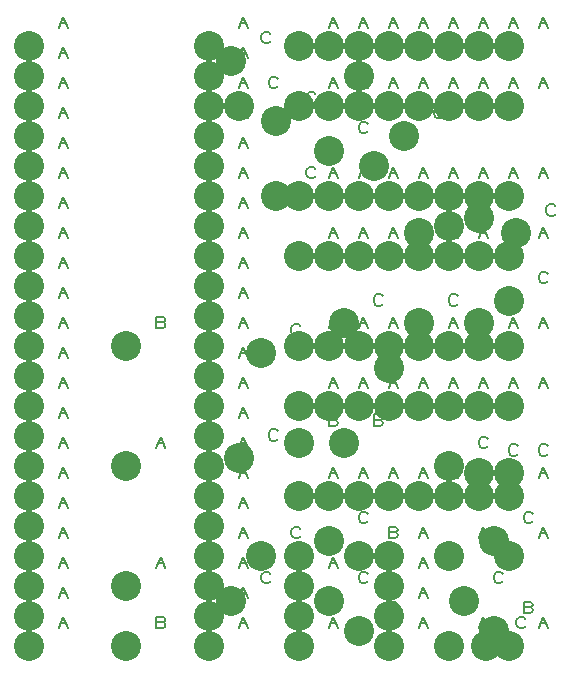
<source format=gbr>
G04 DesignSpark PCB Gerber Version 10.0 Build 5299*
G04 #@! TF.Part,Single*
G04 #@! TF.FileFunction,Drillmap*
G04 #@! TF.FilePolarity,Positive*
%FSLAX35Y35*%
%MOIN*%
%ADD16C,0.00500*%
G04 #@! TA.AperFunction,WasherPad*
%ADD22C,0.10000*%
G04 #@! TD.AperFunction*
X0Y0D02*
D02*
D16*
X25250Y21187D02*
X26813Y24937D01*
X28375Y21187D01*
X25875Y22750D02*
X27750D01*
X25250Y31187D02*
X26813Y34937D01*
X28375Y31187D01*
X25875Y32750D02*
X27750D01*
X25250Y41187D02*
X26813Y44937D01*
X28375Y41187D01*
X25875Y42750D02*
X27750D01*
X25250Y51187D02*
X26813Y54937D01*
X28375Y51187D01*
X25875Y52750D02*
X27750D01*
X25250Y61187D02*
X26813Y64937D01*
X28375Y61187D01*
X25875Y62750D02*
X27750D01*
X25250Y71187D02*
X26813Y74937D01*
X28375Y71187D01*
X25875Y72750D02*
X27750D01*
X25250Y81187D02*
X26813Y84937D01*
X28375Y81187D01*
X25875Y82750D02*
X27750D01*
X25250Y91187D02*
X26813Y94937D01*
X28375Y91187D01*
X25875Y92750D02*
X27750D01*
X25250Y101187D02*
X26813Y104937D01*
X28375Y101187D01*
X25875Y102750D02*
X27750D01*
X25250Y111187D02*
X26813Y114937D01*
X28375Y111187D01*
X25875Y112750D02*
X27750D01*
X25250Y121187D02*
X26813Y124937D01*
X28375Y121187D01*
X25875Y122750D02*
X27750D01*
X25250Y131187D02*
X26813Y134937D01*
X28375Y131187D01*
X25875Y132750D02*
X27750D01*
X25250Y141187D02*
X26813Y144937D01*
X28375Y141187D01*
X25875Y142750D02*
X27750D01*
X25250Y151187D02*
X26813Y154937D01*
X28375Y151187D01*
X25875Y152750D02*
X27750D01*
X25250Y161187D02*
X26813Y164937D01*
X28375Y161187D01*
X25875Y162750D02*
X27750D01*
X25250Y171187D02*
X26813Y174937D01*
X28375Y171187D01*
X25875Y172750D02*
X27750D01*
X25250Y181187D02*
X26813Y184937D01*
X28375Y181187D01*
X25875Y182750D02*
X27750D01*
X25250Y191187D02*
X26813Y194937D01*
X28375Y191187D01*
X25875Y192750D02*
X27750D01*
X25250Y201187D02*
X26813Y204937D01*
X28375Y201187D01*
X25875Y202750D02*
X27750D01*
X25250Y211187D02*
X26813Y214937D01*
X28375Y211187D01*
X25875Y212750D02*
X27750D01*
X25250Y221187D02*
X26813Y224937D01*
X28375Y221187D01*
X25875Y222750D02*
X27750D01*
X59937Y23063D02*
X60563Y22750D01*
X60875Y22125D01*
X60563Y21500D01*
X59937Y21187D01*
X57750D01*
Y24937D01*
X59937D01*
X60563Y24625D01*
X60875Y24000D01*
X60563Y23375D01*
X59937Y23063D01*
X57750D01*
Y41187D02*
X59313Y44937D01*
X60875Y41187D01*
X58375Y42750D02*
X60250D01*
X57750Y81187D02*
X59313Y84937D01*
X60875Y81187D01*
X58375Y82750D02*
X60250D01*
X59937Y123063D02*
X60563Y122750D01*
X60875Y122125D01*
X60563Y121500D01*
X59937Y121187D01*
X57750D01*
Y124937D01*
X59937D01*
X60563Y124625D01*
X60875Y124000D01*
X60563Y123375D01*
X59937Y123063D01*
X57750D01*
X85250Y21187D02*
X86813Y24937D01*
X88375Y21187D01*
X85875Y22750D02*
X87750D01*
X85250Y31187D02*
X86813Y34937D01*
X88375Y31187D01*
X85875Y32750D02*
X87750D01*
X85250Y41187D02*
X86813Y44937D01*
X88375Y41187D01*
X85875Y42750D02*
X87750D01*
X85250Y51187D02*
X86813Y54937D01*
X88375Y51187D01*
X85875Y52750D02*
X87750D01*
X85250Y61187D02*
X86813Y64937D01*
X88375Y61187D01*
X85875Y62750D02*
X87750D01*
X85250Y71187D02*
X86813Y74937D01*
X88375Y71187D01*
X85875Y72750D02*
X87750D01*
X85250Y81187D02*
X86813Y84937D01*
X88375Y81187D01*
X85875Y82750D02*
X87750D01*
X85250Y91187D02*
X86813Y94937D01*
X88375Y91187D01*
X85875Y92750D02*
X87750D01*
X85250Y101187D02*
X86813Y104937D01*
X88375Y101187D01*
X85875Y102750D02*
X87750D01*
X85250Y111187D02*
X86813Y114937D01*
X88375Y111187D01*
X85875Y112750D02*
X87750D01*
X85250Y121187D02*
X86813Y124937D01*
X88375Y121187D01*
X85875Y122750D02*
X87750D01*
X85250Y131187D02*
X86813Y134937D01*
X88375Y131187D01*
X85875Y132750D02*
X87750D01*
X85250Y141187D02*
X86813Y144937D01*
X88375Y141187D01*
X85875Y142750D02*
X87750D01*
X85250Y151187D02*
X86813Y154937D01*
X88375Y151187D01*
X85875Y152750D02*
X87750D01*
X85250Y161187D02*
X86813Y164937D01*
X88375Y161187D01*
X85875Y162750D02*
X87750D01*
X85250Y171187D02*
X86813Y174937D01*
X88375Y171187D01*
X85875Y172750D02*
X87750D01*
X85250Y181187D02*
X86813Y184937D01*
X88375Y181187D01*
X85875Y182750D02*
X87750D01*
X85250Y191187D02*
X86813Y194937D01*
X88375Y191187D01*
X85875Y192750D02*
X87750D01*
X85250Y201187D02*
X86813Y204937D01*
X88375Y201187D01*
X85875Y202750D02*
X87750D01*
X85250Y211187D02*
X86813Y214937D01*
X88375Y211187D01*
X85875Y212750D02*
X87750D01*
X85250Y221187D02*
X86813Y224937D01*
X88375Y221187D01*
X85875Y222750D02*
X87750D01*
X95875Y36813D02*
X95563Y36500D01*
X94937Y36187D01*
X94000D01*
X93375Y36500D01*
X93063Y36813D01*
X92750Y37437D01*
Y38687D01*
X93063Y39313D01*
X93375Y39625D01*
X94000Y39937D01*
X94937D01*
X95563Y39625D01*
X95875Y39313D01*
Y216813D02*
X95563Y216500D01*
X94937Y216187D01*
X94000D01*
X93375Y216500D01*
X93063Y216813D01*
X92750Y217437D01*
Y218687D01*
X93063Y219313D01*
X93375Y219625D01*
X94000Y219937D01*
X94937D01*
X95563Y219625D01*
X95875Y219313D01*
X98375Y84313D02*
X98063Y84000D01*
X97437Y83687D01*
X96500D01*
X95875Y84000D01*
X95563Y84313D01*
X95250Y84937D01*
Y86187D01*
X95563Y86813D01*
X95875Y87125D01*
X96500Y87437D01*
X97437D01*
X98063Y87125D01*
X98375Y86813D01*
Y201813D02*
X98063Y201500D01*
X97437Y201187D01*
X96500D01*
X95875Y201500D01*
X95563Y201813D01*
X95250Y202437D01*
Y203687D01*
X95563Y204313D01*
X95875Y204625D01*
X96500Y204937D01*
X97437D01*
X98063Y204625D01*
X98375Y204313D01*
X105875Y51813D02*
X105563Y51500D01*
X104937Y51187D01*
X104000D01*
X103375Y51500D01*
X103063Y51813D01*
X102750Y52437D01*
Y53687D01*
X103063Y54313D01*
X103375Y54625D01*
X104000Y54937D01*
X104937D01*
X105563Y54625D01*
X105875Y54313D01*
Y119313D02*
X105563Y119000D01*
X104937Y118687D01*
X104000D01*
X103375Y119000D01*
X103063Y119313D01*
X102750Y119937D01*
Y121187D01*
X103063Y121813D01*
X103375Y122125D01*
X104000Y122437D01*
X104937D01*
X105563Y122125D01*
X105875Y121813D01*
X110875Y171813D02*
X110563Y171500D01*
X109937Y171187D01*
X109000D01*
X108375Y171500D01*
X108063Y171813D01*
X107750Y172437D01*
Y173687D01*
X108063Y174313D01*
X108375Y174625D01*
X109000Y174937D01*
X109937D01*
X110563Y174625D01*
X110875Y174313D01*
Y196813D02*
X110563Y196500D01*
X109937Y196187D01*
X109000D01*
X108375Y196500D01*
X108063Y196813D01*
X107750Y197437D01*
Y198687D01*
X108063Y199313D01*
X108375Y199625D01*
X109000Y199937D01*
X109937D01*
X110563Y199625D01*
X110875Y199313D01*
X115250Y21187D02*
X116813Y24937D01*
X118375Y21187D01*
X115875Y22750D02*
X117750D01*
X115250Y31187D02*
X116813Y34937D01*
X118375Y31187D01*
X115875Y32750D02*
X117750D01*
X115250Y41187D02*
X116813Y44937D01*
X118375Y41187D01*
X115875Y42750D02*
X117750D01*
X115250Y51187D02*
X116813Y54937D01*
X118375Y51187D01*
X115875Y52750D02*
X117750D01*
X115250Y71187D02*
X116813Y74937D01*
X118375Y71187D01*
X115875Y72750D02*
X117750D01*
X117437Y90563D02*
X118063Y90250D01*
X118375Y89625D01*
X118063Y89000D01*
X117437Y88687D01*
X115250D01*
Y92437D01*
X117437D01*
X118063Y92125D01*
X118375Y91500D01*
X118063Y90875D01*
X117437Y90563D01*
X115250D01*
Y101187D02*
X116813Y104937D01*
X118375Y101187D01*
X115875Y102750D02*
X117750D01*
X115250Y121187D02*
X116813Y124937D01*
X118375Y121187D01*
X115875Y122750D02*
X117750D01*
X115250Y151187D02*
X116813Y154937D01*
X118375Y151187D01*
X115875Y152750D02*
X117750D01*
X115250Y171187D02*
X116813Y174937D01*
X118375Y171187D01*
X115875Y172750D02*
X117750D01*
X115250Y201187D02*
X116813Y204937D01*
X118375Y201187D01*
X115875Y202750D02*
X117750D01*
X115250Y221187D02*
X116813Y224937D01*
X118375Y221187D01*
X115875Y222750D02*
X117750D01*
X128375Y36813D02*
X128063Y36500D01*
X127437Y36187D01*
X126500D01*
X125875Y36500D01*
X125563Y36813D01*
X125250Y37437D01*
Y38687D01*
X125563Y39313D01*
X125875Y39625D01*
X126500Y39937D01*
X127437D01*
X128063Y39625D01*
X128375Y39313D01*
Y56813D02*
X128063Y56500D01*
X127437Y56187D01*
X126500D01*
X125875Y56500D01*
X125563Y56813D01*
X125250Y57437D01*
Y58687D01*
X125563Y59313D01*
X125875Y59625D01*
X126500Y59937D01*
X127437D01*
X128063Y59625D01*
X128375Y59313D01*
X125250Y71187D02*
X126813Y74937D01*
X128375Y71187D01*
X125875Y72750D02*
X127750D01*
X125250Y101187D02*
X126813Y104937D01*
X128375Y101187D01*
X125875Y102750D02*
X127750D01*
X125250Y121187D02*
X126813Y124937D01*
X128375Y121187D01*
X125875Y122750D02*
X127750D01*
X125250Y151187D02*
X126813Y154937D01*
X128375Y151187D01*
X125875Y152750D02*
X127750D01*
X125250Y171187D02*
X126813Y174937D01*
X128375Y171187D01*
X125875Y172750D02*
X127750D01*
X128375Y186813D02*
X128063Y186500D01*
X127437Y186187D01*
X126500D01*
X125875Y186500D01*
X125563Y186813D01*
X125250Y187437D01*
Y188687D01*
X125563Y189313D01*
X125875Y189625D01*
X126500Y189937D01*
X127437D01*
X128063Y189625D01*
X128375Y189313D01*
X125250Y201187D02*
X126813Y204937D01*
X128375Y201187D01*
X125875Y202750D02*
X127750D01*
X125250Y221187D02*
X126813Y224937D01*
X128375Y221187D01*
X125875Y222750D02*
X127750D01*
X132437Y90563D02*
X133063Y90250D01*
X133375Y89625D01*
X133063Y89000D01*
X132437Y88687D01*
X130250D01*
Y92437D01*
X132437D01*
X133063Y92125D01*
X133375Y91500D01*
X133063Y90875D01*
X132437Y90563D01*
X130250D01*
X133375Y129313D02*
X133063Y129000D01*
X132437Y128687D01*
X131500D01*
X130875Y129000D01*
X130563Y129313D01*
X130250Y129937D01*
Y131187D01*
X130563Y131813D01*
X130875Y132125D01*
X131500Y132437D01*
X132437D01*
X133063Y132125D01*
X133375Y131813D01*
X137437Y28063D02*
X138063Y27750D01*
X138375Y27125D01*
X138063Y26500D01*
X137437Y26187D01*
X135250D01*
Y29937D01*
X137437D01*
X138063Y29625D01*
X138375Y29000D01*
X138063Y28375D01*
X137437Y28063D01*
X135250D01*
X137437Y53063D02*
X138063Y52750D01*
X138375Y52125D01*
X138063Y51500D01*
X137437Y51187D01*
X135250D01*
Y54937D01*
X137437D01*
X138063Y54625D01*
X138375Y54000D01*
X138063Y53375D01*
X137437Y53063D01*
X135250D01*
Y71187D02*
X136813Y74937D01*
X138375Y71187D01*
X135875Y72750D02*
X137750D01*
X135250Y101187D02*
X136813Y104937D01*
X138375Y101187D01*
X135875Y102750D02*
X137750D01*
X135250Y121187D02*
X136813Y124937D01*
X138375Y121187D01*
X135875Y122750D02*
X137750D01*
X135250Y151187D02*
X136813Y154937D01*
X138375Y151187D01*
X135875Y152750D02*
X137750D01*
X135250Y171187D02*
X136813Y174937D01*
X138375Y171187D01*
X135875Y172750D02*
X137750D01*
X135250Y201187D02*
X136813Y204937D01*
X138375Y201187D01*
X135875Y202750D02*
X137750D01*
X138375Y211813D02*
X138063Y211500D01*
X137437Y211187D01*
X136500D01*
X135875Y211500D01*
X135563Y211813D01*
X135250Y212437D01*
Y213687D01*
X135563Y214313D01*
X135875Y214625D01*
X136500Y214937D01*
X137437D01*
X138063Y214625D01*
X138375Y214313D01*
X135250Y221187D02*
X136813Y224937D01*
X138375Y221187D01*
X135875Y222750D02*
X137750D01*
X143375Y181813D02*
X143063Y181500D01*
X142437Y181187D01*
X141500D01*
X140875Y181500D01*
X140563Y181813D01*
X140250Y182437D01*
Y183687D01*
X140563Y184313D01*
X140875Y184625D01*
X141500Y184937D01*
X142437D01*
X143063Y184625D01*
X143375Y184313D01*
X145250Y21187D02*
X146813Y24937D01*
X148375Y21187D01*
X145875Y22750D02*
X147750D01*
X145250Y31187D02*
X146813Y34937D01*
X148375Y31187D01*
X145875Y32750D02*
X147750D01*
X145250Y41187D02*
X146813Y44937D01*
X148375Y41187D01*
X145875Y42750D02*
X147750D01*
X145250Y51187D02*
X146813Y54937D01*
X148375Y51187D01*
X145875Y52750D02*
X147750D01*
X145250Y71187D02*
X146813Y74937D01*
X148375Y71187D01*
X145875Y72750D02*
X147750D01*
X145250Y101187D02*
X146813Y104937D01*
X148375Y101187D01*
X145875Y102750D02*
X147750D01*
X148375Y114313D02*
X148063Y114000D01*
X147437Y113687D01*
X146500D01*
X145875Y114000D01*
X145563Y114313D01*
X145250Y114937D01*
Y116187D01*
X145563Y116813D01*
X145875Y117125D01*
X146500Y117437D01*
X147437D01*
X148063Y117125D01*
X148375Y116813D01*
X145250Y121187D02*
X146813Y124937D01*
X148375Y121187D01*
X145875Y122750D02*
X147750D01*
X145250Y151187D02*
X146813Y154937D01*
X148375Y151187D01*
X145875Y152750D02*
X147750D01*
X145250Y171187D02*
X146813Y174937D01*
X148375Y171187D01*
X145875Y172750D02*
X147750D01*
X145250Y201187D02*
X146813Y204937D01*
X148375Y201187D01*
X145875Y202750D02*
X147750D01*
X145250Y221187D02*
X146813Y224937D01*
X148375Y221187D01*
X145875Y222750D02*
X147750D01*
X153375Y191813D02*
X153063Y191500D01*
X152437Y191187D01*
X151500D01*
X150875Y191500D01*
X150563Y191813D01*
X150250Y192437D01*
Y193687D01*
X150563Y194313D01*
X150875Y194625D01*
X151500Y194937D01*
X152437D01*
X153063Y194625D01*
X153375Y194313D01*
X155250Y71187D02*
X156813Y74937D01*
X158375Y71187D01*
X155875Y72750D02*
X157750D01*
X155250Y101187D02*
X156813Y104937D01*
X158375Y101187D01*
X155875Y102750D02*
X157750D01*
X155250Y121187D02*
X156813Y124937D01*
X158375Y121187D01*
X155875Y122750D02*
X157750D01*
X158375Y129313D02*
X158063Y129000D01*
X157437Y128687D01*
X156500D01*
X155875Y129000D01*
X155563Y129313D01*
X155250Y129937D01*
Y131187D01*
X155563Y131813D01*
X155875Y132125D01*
X156500Y132437D01*
X157437D01*
X158063Y132125D01*
X158375Y131813D01*
X155250Y151187D02*
X156813Y154937D01*
X158375Y151187D01*
X155875Y152750D02*
X157750D01*
X158375Y159313D02*
X158063Y159000D01*
X157437Y158687D01*
X156500D01*
X155875Y159000D01*
X155563Y159313D01*
X155250Y159937D01*
Y161187D01*
X155563Y161813D01*
X155875Y162125D01*
X156500Y162437D01*
X157437D01*
X158063Y162125D01*
X158375Y161813D01*
X155250Y171187D02*
X156813Y174937D01*
X158375Y171187D01*
X155875Y172750D02*
X157750D01*
X155250Y201187D02*
X156813Y204937D01*
X158375Y201187D01*
X155875Y202750D02*
X157750D01*
X155250Y221187D02*
X156813Y224937D01*
X158375Y221187D01*
X155875Y222750D02*
X157750D01*
X165250Y21187D02*
X166813Y24937D01*
X168375Y21187D01*
X165875Y22750D02*
X167750D01*
X165250Y51187D02*
X166813Y54937D01*
X168375Y51187D01*
X165875Y52750D02*
X167750D01*
X165250Y71187D02*
X166813Y74937D01*
X168375Y71187D01*
X165875Y72750D02*
X167750D01*
X168375Y81813D02*
X168063Y81500D01*
X167437Y81187D01*
X166500D01*
X165875Y81500D01*
X165563Y81813D01*
X165250Y82437D01*
Y83687D01*
X165563Y84313D01*
X165875Y84625D01*
X166500Y84937D01*
X167437D01*
X168063Y84625D01*
X168375Y84313D01*
X165250Y101187D02*
X166813Y104937D01*
X168375Y101187D01*
X165875Y102750D02*
X167750D01*
X165250Y121187D02*
X166813Y124937D01*
X168375Y121187D01*
X165875Y122750D02*
X167750D01*
X165250Y151187D02*
X166813Y154937D01*
X168375Y151187D01*
X165875Y152750D02*
X167750D01*
X168375Y161813D02*
X168063Y161500D01*
X167437Y161187D01*
X166500D01*
X165875Y161500D01*
X165563Y161813D01*
X165250Y162437D01*
Y163687D01*
X165563Y164313D01*
X165875Y164625D01*
X166500Y164937D01*
X167437D01*
X168063Y164625D01*
X168375Y164313D01*
X165250Y171187D02*
X166813Y174937D01*
X168375Y171187D01*
X165875Y172750D02*
X167750D01*
X165250Y201187D02*
X166813Y204937D01*
X168375Y201187D01*
X165875Y202750D02*
X167750D01*
X165250Y221187D02*
X166813Y224937D01*
X168375Y221187D01*
X165875Y222750D02*
X167750D01*
X173375Y36813D02*
X173063Y36500D01*
X172437Y36187D01*
X171500D01*
X170875Y36500D01*
X170563Y36813D01*
X170250Y37437D01*
Y38687D01*
X170563Y39313D01*
X170875Y39625D01*
X171500Y39937D01*
X172437D01*
X173063Y39625D01*
X173375Y39313D01*
X175250Y71187D02*
X176813Y74937D01*
X178375Y71187D01*
X175875Y72750D02*
X177750D01*
X178375Y79313D02*
X178063Y79000D01*
X177437Y78687D01*
X176500D01*
X175875Y79000D01*
X175563Y79313D01*
X175250Y79937D01*
Y81187D01*
X175563Y81813D01*
X175875Y82125D01*
X176500Y82437D01*
X177437D01*
X178063Y82125D01*
X178375Y81813D01*
X175250Y101187D02*
X176813Y104937D01*
X178375Y101187D01*
X175875Y102750D02*
X177750D01*
X175250Y121187D02*
X176813Y124937D01*
X178375Y121187D01*
X175875Y122750D02*
X177750D01*
X178375Y129313D02*
X178063Y129000D01*
X177437Y128687D01*
X176500D01*
X175875Y129000D01*
X175563Y129313D01*
X175250Y129937D01*
Y131187D01*
X175563Y131813D01*
X175875Y132125D01*
X176500Y132437D01*
X177437D01*
X178063Y132125D01*
X178375Y131813D01*
X175250Y151187D02*
X176813Y154937D01*
X178375Y151187D01*
X175875Y152750D02*
X177750D01*
X178375Y164313D02*
X178063Y164000D01*
X177437Y163687D01*
X176500D01*
X175875Y164000D01*
X175563Y164313D01*
X175250Y164937D01*
Y166187D01*
X175563Y166813D01*
X175875Y167125D01*
X176500Y167437D01*
X177437D01*
X178063Y167125D01*
X178375Y166813D01*
X175250Y171187D02*
X176813Y174937D01*
X178375Y171187D01*
X175875Y172750D02*
X177750D01*
X175250Y201187D02*
X176813Y204937D01*
X178375Y201187D01*
X175875Y202750D02*
X177750D01*
X175250Y221187D02*
X176813Y224937D01*
X178375Y221187D01*
X175875Y222750D02*
X177750D01*
X180875Y21813D02*
X180563Y21500D01*
X179937Y21187D01*
X179000D01*
X178375Y21500D01*
X178063Y21813D01*
X177750Y22437D01*
Y23687D01*
X178063Y24313D01*
X178375Y24625D01*
X179000Y24937D01*
X179937D01*
X180563Y24625D01*
X180875Y24313D01*
X182437Y28063D02*
X183063Y27750D01*
X183375Y27125D01*
X183063Y26500D01*
X182437Y26187D01*
X180250D01*
Y29937D01*
X182437D01*
X183063Y29625D01*
X183375Y29000D01*
X183063Y28375D01*
X182437Y28063D01*
X180250D01*
X183375Y56813D02*
X183063Y56500D01*
X182437Y56187D01*
X181500D01*
X180875Y56500D01*
X180563Y56813D01*
X180250Y57437D01*
Y58687D01*
X180563Y59313D01*
X180875Y59625D01*
X181500Y59937D01*
X182437D01*
X183063Y59625D01*
X183375Y59313D01*
X185250Y21187D02*
X186813Y24937D01*
X188375Y21187D01*
X185875Y22750D02*
X187750D01*
X185250Y51187D02*
X186813Y54937D01*
X188375Y51187D01*
X185875Y52750D02*
X187750D01*
X185250Y71187D02*
X186813Y74937D01*
X188375Y71187D01*
X185875Y72750D02*
X187750D01*
X188375Y79313D02*
X188063Y79000D01*
X187437Y78687D01*
X186500D01*
X185875Y79000D01*
X185563Y79313D01*
X185250Y79937D01*
Y81187D01*
X185563Y81813D01*
X185875Y82125D01*
X186500Y82437D01*
X187437D01*
X188063Y82125D01*
X188375Y81813D01*
X185250Y101187D02*
X186813Y104937D01*
X188375Y101187D01*
X185875Y102750D02*
X187750D01*
X185250Y121187D02*
X186813Y124937D01*
X188375Y121187D01*
X185875Y122750D02*
X187750D01*
X188375Y136813D02*
X188063Y136500D01*
X187437Y136187D01*
X186500D01*
X185875Y136500D01*
X185563Y136813D01*
X185250Y137437D01*
Y138687D01*
X185563Y139313D01*
X185875Y139625D01*
X186500Y139937D01*
X187437D01*
X188063Y139625D01*
X188375Y139313D01*
X185250Y151187D02*
X186813Y154937D01*
X188375Y151187D01*
X185875Y152750D02*
X187750D01*
X185250Y171187D02*
X186813Y174937D01*
X188375Y171187D01*
X185875Y172750D02*
X187750D01*
X185250Y201187D02*
X186813Y204937D01*
X188375Y201187D01*
X185875Y202750D02*
X187750D01*
X185250Y221187D02*
X186813Y224937D01*
X188375Y221187D01*
X185875Y222750D02*
X187750D01*
X190875Y159313D02*
X190563Y159000D01*
X189937Y158687D01*
X189000D01*
X188375Y159000D01*
X188063Y159313D01*
X187750Y159937D01*
Y161187D01*
X188063Y161813D01*
X188375Y162125D01*
X189000Y162437D01*
X189937D01*
X190563Y162125D01*
X190875Y161813D01*
D02*
D22*
X15250Y15250D03*
Y25250D03*
Y35250D03*
Y45250D03*
Y55250D03*
Y65250D03*
Y75250D03*
Y85250D03*
Y95250D03*
Y105250D03*
Y115250D03*
Y125250D03*
Y135250D03*
Y145250D03*
Y155250D03*
Y165250D03*
Y175250D03*
Y185250D03*
Y195250D03*
Y205250D03*
Y215250D03*
X47750Y15250D03*
Y35250D03*
Y75250D03*
Y115250D03*
X75250Y15250D03*
Y25250D03*
Y35250D03*
Y45250D03*
Y55250D03*
Y65250D03*
Y75250D03*
Y85250D03*
Y95250D03*
Y105250D03*
Y115250D03*
Y125250D03*
Y135250D03*
Y145250D03*
Y155250D03*
Y165250D03*
Y175250D03*
Y185250D03*
Y195250D03*
Y205250D03*
Y215250D03*
X82750Y30250D03*
Y210250D03*
X85250Y77750D03*
Y195250D03*
X92750Y45250D03*
Y112750D03*
X97750Y165250D03*
Y190250D03*
X105250Y15250D03*
Y25250D03*
Y35250D03*
Y45250D03*
Y65250D03*
Y82750D03*
Y95250D03*
Y115250D03*
Y145250D03*
Y165250D03*
Y195250D03*
Y215250D03*
X115250Y30250D03*
Y50250D03*
Y65250D03*
Y95250D03*
Y115250D03*
Y145250D03*
Y165250D03*
Y180250D03*
Y195250D03*
Y215250D03*
X120250Y82750D03*
Y122750D03*
X125250Y20250D03*
Y45250D03*
Y65250D03*
Y95250D03*
Y115250D03*
Y145250D03*
Y165250D03*
Y195250D03*
Y205250D03*
Y215250D03*
X130250Y175250D03*
X135250Y15250D03*
Y25250D03*
Y35250D03*
Y45250D03*
Y65250D03*
Y95250D03*
Y107750D03*
Y115250D03*
Y145250D03*
Y165250D03*
Y195250D03*
Y215250D03*
X140250Y185250D03*
X145250Y65250D03*
Y95250D03*
Y115250D03*
Y122750D03*
Y145250D03*
Y152750D03*
Y165250D03*
Y195250D03*
Y215250D03*
X155250Y15250D03*
Y45250D03*
Y65250D03*
Y75250D03*
Y95250D03*
Y115250D03*
Y145250D03*
Y155250D03*
Y165250D03*
Y195250D03*
Y215250D03*
X160250Y30250D03*
X165250Y65250D03*
Y72750D03*
Y95250D03*
Y115250D03*
Y122750D03*
Y145250D03*
Y157750D03*
Y165250D03*
Y195250D03*
Y215250D03*
X167750Y15250D03*
X170250Y20250D03*
Y50250D03*
X175250Y15250D03*
Y45250D03*
Y65250D03*
Y72750D03*
Y95250D03*
Y115250D03*
Y130250D03*
Y145250D03*
Y165250D03*
Y195250D03*
Y215250D03*
X177750Y152750D03*
X0Y0D02*
M02*

</source>
